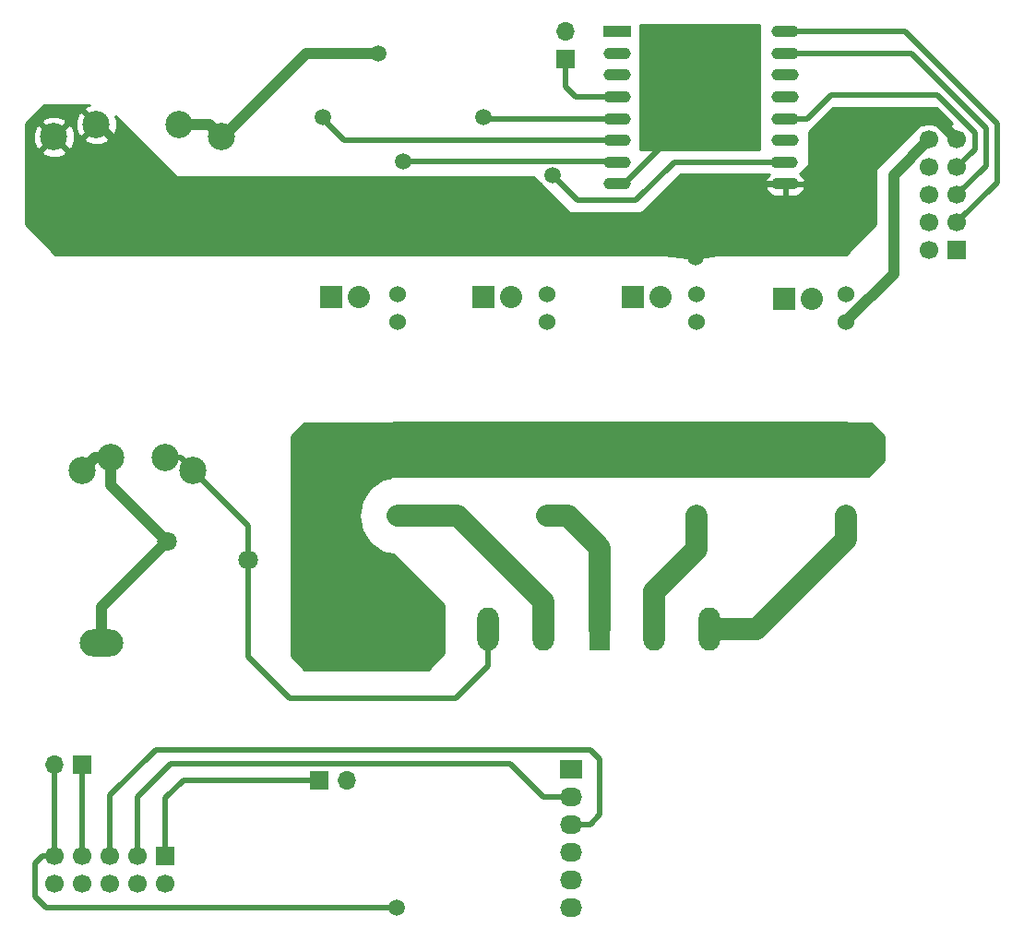
<source format=gbl>
G04 #@! TF.FileFunction,Copper,L2,Bot,Signal*
%FSLAX46Y46*%
G04 Gerber Fmt 4.6, Leading zero omitted, Abs format (unit mm)*
G04 Created by KiCad (PCBNEW 4.0.5+dfsg1-4) date Tue Dec 12 22:17:04 2017*
%MOMM*%
%LPD*%
G01*
G04 APERTURE LIST*
%ADD10C,0.100000*%
%ADD11R,1.700000X1.700000*%
%ADD12C,1.700000*%
%ADD13O,4.000500X2.499360*%
%ADD14C,1.800000*%
%ADD15R,2.500000X1.100000*%
%ADD16O,2.500000X1.100000*%
%ADD17C,1.524000*%
%ADD18C,2.500000*%
%ADD19R,2.032000X1.727200*%
%ADD20O,2.032000X1.727200*%
%ADD21R,2.032000X2.032000*%
%ADD22O,2.032000X2.032000*%
%ADD23O,1.700000X1.700000*%
%ADD24R,1.980000X3.960000*%
%ADD25O,1.980000X3.960000*%
%ADD26C,1.500000*%
%ADD27C,0.508000*%
%ADD28C,1.000000*%
%ADD29C,2.000000*%
%ADD30C,0.254000*%
G04 APERTURE END LIST*
D10*
D11*
X104394000Y-55372000D03*
D12*
X101854000Y-55372000D03*
X104394000Y-52832000D03*
X101854000Y-52832000D03*
X104394000Y-50292000D03*
X101854000Y-50292000D03*
X104394000Y-47752000D03*
X101854000Y-47752000D03*
X104394000Y-45212000D03*
X101854000Y-45212000D03*
D13*
X25829260Y-91440000D03*
X47830740Y-91440000D03*
D14*
X39370000Y-83820000D03*
X31870000Y-82120000D03*
D15*
X73214000Y-35306000D03*
D16*
X73214000Y-37306000D03*
X73214000Y-39306000D03*
X73214000Y-41306000D03*
X73214000Y-43306000D03*
X73214000Y-45306000D03*
X73214000Y-47306000D03*
X73214000Y-49306000D03*
X88614000Y-49306000D03*
X88514000Y-47306000D03*
X88614000Y-45306000D03*
X88614000Y-43306000D03*
X88614000Y-41306000D03*
X88614000Y-39306000D03*
X88614000Y-37306000D03*
X88614000Y-35306000D03*
D11*
X31750000Y-110998000D03*
D12*
X31750000Y-113538000D03*
X29210000Y-110998000D03*
X29210000Y-113538000D03*
X26670000Y-110998000D03*
X26670000Y-113538000D03*
X24130000Y-110998000D03*
X24130000Y-113538000D03*
X21590000Y-110998000D03*
X21590000Y-113538000D03*
D17*
X94234000Y-59436000D03*
X94234000Y-61976000D03*
X94234000Y-72136000D03*
X94234000Y-79756000D03*
X80467200Y-59436000D03*
X80467200Y-61976000D03*
X80467200Y-72136000D03*
X80467200Y-79756000D03*
X66802000Y-59436000D03*
X66802000Y-61976000D03*
X66802000Y-72136000D03*
X66802000Y-79756000D03*
X53086000Y-59436000D03*
X53086000Y-61976000D03*
X53086000Y-72136000D03*
X53086000Y-79756000D03*
D18*
X26710000Y-74390000D03*
X31710000Y-74390000D03*
X21510000Y-44990000D03*
X36910000Y-44990000D03*
X24130000Y-75565000D03*
X34290000Y-75565000D03*
X25400000Y-43815000D03*
X33020000Y-43815000D03*
D19*
X68961000Y-102997000D03*
D20*
X68961000Y-105537000D03*
X68961000Y-108077000D03*
X68961000Y-110617000D03*
X68961000Y-113157000D03*
X68961000Y-115697000D03*
D21*
X60960000Y-59690000D03*
D22*
X63500000Y-59690000D03*
D21*
X88519000Y-59817000D03*
D22*
X91059000Y-59817000D03*
D21*
X74676000Y-59690000D03*
D22*
X77216000Y-59690000D03*
D21*
X46990000Y-59690000D03*
D22*
X49530000Y-59690000D03*
D11*
X45847000Y-104013000D03*
D23*
X48387000Y-104013000D03*
D11*
X68453000Y-37846000D03*
D23*
X68453000Y-35306000D03*
D11*
X24130000Y-102616000D03*
D23*
X21590000Y-102616000D03*
D24*
X71628000Y-90170000D03*
D25*
X76628000Y-90170000D03*
X81628000Y-90170000D03*
D24*
X56388000Y-90170000D03*
D25*
X61388000Y-90170000D03*
X66388000Y-90170000D03*
D26*
X51308000Y-37338000D03*
X80391000Y-56007000D03*
X56642000Y-49784000D03*
X63500000Y-49784000D03*
X67310000Y-48514000D03*
X53594000Y-47244000D03*
X60960000Y-43180000D03*
X46228000Y-43180000D03*
X52959000Y-115697000D03*
D27*
X94234000Y-61976000D02*
X94234000Y-61874400D01*
D28*
X94234000Y-61874400D02*
X98579000Y-57529400D01*
X44704000Y-37338000D02*
X37052000Y-44990000D01*
X51308000Y-37338000D02*
X44704000Y-37338000D01*
D27*
X37052000Y-44990000D02*
X36910000Y-44990000D01*
X37560000Y-44990000D02*
X36910000Y-44990000D01*
D28*
X33020000Y-43815000D02*
X35735000Y-43815000D01*
X35735000Y-43815000D02*
X36910000Y-44990000D01*
D27*
X36910000Y-44990000D02*
X37370000Y-44990000D01*
D28*
X98579000Y-48487000D02*
X101854000Y-45212000D01*
X98579000Y-57529400D02*
X98579000Y-48487000D01*
D27*
X89154000Y-54610000D02*
X100186200Y-43577800D01*
X100186200Y-43577800D02*
X102759800Y-43577800D01*
D28*
X102759800Y-43577800D02*
X104394000Y-45212000D01*
D27*
X80391000Y-56007000D02*
X89154000Y-54610000D01*
X56642000Y-49784000D02*
X31750000Y-49784000D01*
X31750000Y-49784000D02*
X25781000Y-43815000D01*
X25781000Y-43815000D02*
X25400000Y-43815000D01*
X63500000Y-49784000D02*
X56642000Y-49784000D01*
X68326000Y-54610000D02*
X80391000Y-56007000D01*
X63500000Y-49784000D02*
X68326000Y-54610000D01*
X82774000Y-49306000D02*
X87914000Y-49306000D01*
X80264000Y-51816000D02*
X82774000Y-49306000D01*
X80391000Y-56007000D02*
X80264000Y-51816000D01*
X73914000Y-49306000D02*
X80518000Y-42702000D01*
X80518000Y-42702000D02*
X80518000Y-42672000D01*
D28*
X25829260Y-91440000D02*
X25829260Y-88160740D01*
X25829260Y-88160740D02*
X31870000Y-82120000D01*
X26710000Y-74390000D02*
X26710000Y-76960000D01*
X26710000Y-76960000D02*
X31870000Y-82120000D01*
X26710000Y-74390000D02*
X25305000Y-74390000D01*
X25305000Y-74390000D02*
X24130000Y-75565000D01*
D29*
X71628000Y-90170000D02*
X71628000Y-82702400D01*
X71628000Y-82702400D02*
X68681600Y-79756000D01*
X68681600Y-79756000D02*
X66802000Y-79756000D01*
X80467200Y-79756000D02*
X80467200Y-82854800D01*
X80467200Y-82854800D02*
X76628000Y-86694000D01*
X76628000Y-86694000D02*
X76628000Y-90170000D01*
X81628000Y-90170000D02*
X86004400Y-90170000D01*
X94234000Y-81940400D02*
X94234000Y-79756000D01*
X86004400Y-90170000D02*
X94234000Y-81940400D01*
X53086000Y-79756000D02*
X58521600Y-79756000D01*
X58521600Y-79756000D02*
X66388000Y-87622400D01*
X66388000Y-87622400D02*
X66388000Y-90170000D01*
D27*
X87914000Y-35306000D02*
X99619681Y-35306000D01*
X99619681Y-35306000D02*
X108062520Y-43748838D01*
X108062520Y-43748838D02*
X108062520Y-49163480D01*
X108062520Y-49163480D02*
X104394000Y-52832000D01*
X87914000Y-37306000D02*
X100194141Y-37306000D01*
X100194141Y-37306000D02*
X107054510Y-44166369D01*
X107054510Y-44166369D02*
X107054510Y-47631490D01*
X107054510Y-47631490D02*
X104394000Y-50292000D01*
X69596000Y-50800000D02*
X67310000Y-48514000D01*
X70612000Y-50800000D02*
X74930000Y-50800000D01*
X74930000Y-50800000D02*
X78424000Y-47306000D01*
X78424000Y-47306000D02*
X87914000Y-47306000D01*
X70612000Y-50800000D02*
X69596000Y-50800000D01*
X73852000Y-47244000D02*
X73914000Y-47306000D01*
X53594000Y-47244000D02*
X73852000Y-47244000D01*
X61086000Y-43306000D02*
X73914000Y-43306000D01*
X60960000Y-43180000D02*
X61086000Y-43306000D01*
X48166000Y-45306000D02*
X73914000Y-45306000D01*
X46228000Y-43368000D02*
X48166000Y-45306000D01*
X46228000Y-43180000D02*
X46228000Y-43368000D01*
X87914000Y-43306000D02*
X90678000Y-43306000D01*
X106046500Y-44583899D02*
X102610601Y-41148000D01*
X104394000Y-47752000D02*
X106046500Y-46099500D01*
X106046500Y-46099500D02*
X106046500Y-44583899D01*
X102610601Y-41148000D02*
X92836000Y-41148000D01*
X92836000Y-41148000D02*
X90678000Y-43306000D01*
D29*
X47830740Y-91440000D02*
X47830740Y-78661260D01*
X47830740Y-78661260D02*
X53086000Y-72136000D01*
X56388000Y-90170000D02*
X53340000Y-90170000D01*
X52070000Y-91440000D02*
X47830740Y-91440000D01*
X53340000Y-90170000D02*
X52070000Y-91440000D01*
D28*
X53086000Y-72136000D02*
X52832000Y-72136000D01*
D29*
X66802000Y-72136000D02*
X53086000Y-72136000D01*
X80467200Y-72136000D02*
X66802000Y-72136000D01*
X80467200Y-72136000D02*
X94234000Y-72136000D01*
X52832000Y-72136000D02*
X53086000Y-72136000D01*
D27*
X31710000Y-74390000D02*
X33115000Y-74390000D01*
X33115000Y-74390000D02*
X34290000Y-75565000D01*
X39370000Y-83820000D02*
X39370000Y-80645000D01*
X39370000Y-80645000D02*
X34290000Y-75565000D01*
X61388000Y-90170000D02*
X61388000Y-93552000D01*
X39370000Y-92710000D02*
X39370000Y-83820000D01*
X43180000Y-96520000D02*
X39370000Y-92710000D01*
X58420000Y-96520000D02*
X43180000Y-96520000D01*
X61388000Y-93552000D02*
X58420000Y-96520000D01*
X73914000Y-41306000D02*
X69373000Y-41306000D01*
X68453000Y-40386000D02*
X68453000Y-37846000D01*
X69373000Y-41306000D02*
X68453000Y-40386000D01*
X20447000Y-110998000D02*
X19812000Y-111633000D01*
X21590000Y-110998000D02*
X20447000Y-110998000D01*
X20828000Y-115697000D02*
X19812000Y-114681000D01*
X19812000Y-114681000D02*
X19812000Y-111633000D01*
X20828000Y-115697000D02*
X52959000Y-115697000D01*
X21590000Y-102616000D02*
X21590000Y-110998000D01*
X29210000Y-110998000D02*
X29210000Y-105537000D01*
X66421000Y-105537000D02*
X68961000Y-105537000D01*
X63373000Y-102489000D02*
X66421000Y-105537000D01*
X32258000Y-102489000D02*
X63373000Y-102489000D01*
X29210000Y-105537000D02*
X32258000Y-102489000D01*
X36449000Y-101219000D02*
X30861000Y-101219000D01*
X26670000Y-105410000D02*
X26670000Y-110998000D01*
X30861000Y-101219000D02*
X26670000Y-105410000D01*
X70358000Y-108077000D02*
X70739000Y-108077000D01*
X71628000Y-102108000D02*
X70739000Y-101219000D01*
X71628000Y-107188000D02*
X71628000Y-102108000D01*
X70739000Y-108077000D02*
X71628000Y-107188000D01*
X68961000Y-108077000D02*
X70358000Y-108077000D01*
X70739000Y-101219000D02*
X36449000Y-101219000D01*
X24130000Y-102616000D02*
X24130000Y-110998000D01*
X45847000Y-104013000D02*
X33401000Y-104013000D01*
X31750000Y-105664000D02*
X31750000Y-110998000D01*
X33401000Y-104013000D02*
X31750000Y-105664000D01*
D30*
G36*
X97688400Y-72468006D02*
X97688400Y-74648794D01*
X96238794Y-76098400D01*
X52552600Y-76098400D01*
X52503190Y-76108406D01*
X52462797Y-76135597D01*
X52316289Y-76282105D01*
X51698007Y-76405089D01*
X50521324Y-77191324D01*
X49735089Y-78368007D01*
X49459000Y-79756000D01*
X49735089Y-81143993D01*
X50521324Y-82320676D01*
X51698007Y-83106911D01*
X52633358Y-83292964D01*
X57277000Y-87936606D01*
X57277000Y-92403394D01*
X55827394Y-93853000D01*
X44502606Y-93853000D01*
X43307000Y-92657394D01*
X43307000Y-72442606D01*
X44502606Y-71247000D01*
X96467394Y-71247000D01*
X97688400Y-72468006D01*
X97688400Y-72468006D01*
G37*
X97688400Y-72468006D02*
X97688400Y-74648794D01*
X96238794Y-76098400D01*
X52552600Y-76098400D01*
X52503190Y-76108406D01*
X52462797Y-76135597D01*
X52316289Y-76282105D01*
X51698007Y-76405089D01*
X50521324Y-77191324D01*
X49735089Y-78368007D01*
X49459000Y-79756000D01*
X49735089Y-81143993D01*
X50521324Y-82320676D01*
X51698007Y-83106911D01*
X52633358Y-83292964D01*
X57277000Y-87936606D01*
X57277000Y-92403394D01*
X55827394Y-93853000D01*
X44502606Y-93853000D01*
X43307000Y-92657394D01*
X43307000Y-72442606D01*
X44502606Y-71247000D01*
X96467394Y-71247000D01*
X97688400Y-72468006D01*
G36*
X86233000Y-46101000D02*
X75311000Y-46101000D01*
X75311000Y-34671000D01*
X86233000Y-34671000D01*
X86233000Y-46101000D01*
X86233000Y-46101000D01*
G37*
X86233000Y-46101000D02*
X75311000Y-46101000D01*
X75311000Y-34671000D01*
X86233000Y-34671000D01*
X86233000Y-46101000D01*
G36*
X24375533Y-42188877D02*
X24246285Y-42481680D01*
X25400000Y-43635395D01*
X25414143Y-43621253D01*
X25593748Y-43800858D01*
X25579605Y-43815000D01*
X26733320Y-44968715D01*
X27026123Y-44839467D01*
X27294388Y-44139194D01*
X27274250Y-43389565D01*
X27141520Y-43069126D01*
X32676197Y-48603803D01*
X32718211Y-48631666D01*
X32766000Y-48641000D01*
X65479394Y-48641000D01*
X66134648Y-49296254D01*
X66135169Y-49297515D01*
X66524436Y-49687461D01*
X66526863Y-49688469D01*
X68744197Y-51905803D01*
X68786211Y-51933666D01*
X68834000Y-51943000D01*
X75438000Y-51943000D01*
X75487410Y-51932994D01*
X75527803Y-51905803D01*
X77817862Y-49615744D01*
X86770197Y-49615744D01*
X86770602Y-49642146D01*
X86986276Y-50054118D01*
X87343187Y-50352196D01*
X87787000Y-50491000D01*
X88487000Y-50491000D01*
X88487000Y-49433000D01*
X88741000Y-49433000D01*
X88741000Y-50491000D01*
X89441000Y-50491000D01*
X89884813Y-50352196D01*
X90241724Y-50054118D01*
X90457398Y-49642146D01*
X90457803Y-49615744D01*
X90332361Y-49433000D01*
X88741000Y-49433000D01*
X88487000Y-49433000D01*
X86895639Y-49433000D01*
X86770197Y-49615744D01*
X77817862Y-49615744D01*
X79046606Y-48387000D01*
X87190886Y-48387000D01*
X86986276Y-48557882D01*
X86770602Y-48969854D01*
X86770197Y-48996256D01*
X86895639Y-49179000D01*
X88487000Y-49179000D01*
X88487000Y-49159000D01*
X88741000Y-49159000D01*
X88741000Y-49179000D01*
X90332361Y-49179000D01*
X90457803Y-48996256D01*
X90457398Y-48969854D01*
X90241724Y-48557882D01*
X89998479Y-48354733D01*
X90005803Y-48349803D01*
X90767803Y-47587803D01*
X90795666Y-47545789D01*
X90805000Y-47498000D01*
X90805000Y-44502606D01*
X93016606Y-42291000D01*
X102496365Y-42291000D01*
X103972090Y-43766725D01*
X103609920Y-43916741D01*
X103529647Y-44168042D01*
X104394000Y-45032395D01*
X104408143Y-45018253D01*
X104587748Y-45197858D01*
X104573605Y-45212000D01*
X104587748Y-45226143D01*
X104408143Y-45405748D01*
X104394000Y-45391605D01*
X104379858Y-45405748D01*
X104200253Y-45226143D01*
X104214395Y-45212000D01*
X103350042Y-44347647D01*
X103237274Y-44383668D01*
X102705803Y-43852197D01*
X102663789Y-43824334D01*
X102616000Y-43815000D01*
X102361987Y-43815000D01*
X102150681Y-43727258D01*
X101559911Y-43726743D01*
X101346312Y-43815000D01*
X101092000Y-43815000D01*
X101042590Y-43825006D01*
X101002197Y-43852197D01*
X96938197Y-47916197D01*
X96910334Y-47958211D01*
X96901000Y-48006000D01*
X96901000Y-53033394D01*
X94181394Y-55753000D01*
X21642606Y-55753000D01*
X18923000Y-53033394D01*
X18923000Y-46323320D01*
X20356285Y-46323320D01*
X20485533Y-46616123D01*
X21185806Y-46884388D01*
X21935435Y-46864250D01*
X22534467Y-46616123D01*
X22663715Y-46323320D01*
X21510000Y-45169605D01*
X20356285Y-46323320D01*
X18923000Y-46323320D01*
X18923000Y-44665806D01*
X19615612Y-44665806D01*
X19635750Y-45415435D01*
X19883877Y-46014467D01*
X20176680Y-46143715D01*
X21330395Y-44990000D01*
X21689605Y-44990000D01*
X22843320Y-46143715D01*
X23136123Y-46014467D01*
X23404388Y-45314194D01*
X23399932Y-45148320D01*
X24246285Y-45148320D01*
X24375533Y-45441123D01*
X25075806Y-45709388D01*
X25825435Y-45689250D01*
X26424467Y-45441123D01*
X26553715Y-45148320D01*
X25400000Y-43994605D01*
X24246285Y-45148320D01*
X23399932Y-45148320D01*
X23384250Y-44564565D01*
X23136123Y-43965533D01*
X22843320Y-43836285D01*
X21689605Y-44990000D01*
X21330395Y-44990000D01*
X20176680Y-43836285D01*
X19883877Y-43965533D01*
X19615612Y-44665806D01*
X18923000Y-44665806D01*
X18923000Y-43740606D01*
X19006926Y-43656680D01*
X20356285Y-43656680D01*
X21510000Y-44810395D01*
X22663715Y-43656680D01*
X22590496Y-43490806D01*
X23505612Y-43490806D01*
X23525750Y-44240435D01*
X23773877Y-44839467D01*
X24066680Y-44968715D01*
X25220395Y-43815000D01*
X24066680Y-42661285D01*
X23773877Y-42790533D01*
X23505612Y-43490806D01*
X22590496Y-43490806D01*
X22534467Y-43363877D01*
X21834194Y-43095612D01*
X21084565Y-43115750D01*
X20485533Y-43363877D01*
X20356285Y-43656680D01*
X19006926Y-43656680D01*
X20626606Y-42037000D01*
X24742197Y-42037000D01*
X24375533Y-42188877D01*
X24375533Y-42188877D01*
G37*
X24375533Y-42188877D02*
X24246285Y-42481680D01*
X25400000Y-43635395D01*
X25414143Y-43621253D01*
X25593748Y-43800858D01*
X25579605Y-43815000D01*
X26733320Y-44968715D01*
X27026123Y-44839467D01*
X27294388Y-44139194D01*
X27274250Y-43389565D01*
X27141520Y-43069126D01*
X32676197Y-48603803D01*
X32718211Y-48631666D01*
X32766000Y-48641000D01*
X65479394Y-48641000D01*
X66134648Y-49296254D01*
X66135169Y-49297515D01*
X66524436Y-49687461D01*
X66526863Y-49688469D01*
X68744197Y-51905803D01*
X68786211Y-51933666D01*
X68834000Y-51943000D01*
X75438000Y-51943000D01*
X75487410Y-51932994D01*
X75527803Y-51905803D01*
X77817862Y-49615744D01*
X86770197Y-49615744D01*
X86770602Y-49642146D01*
X86986276Y-50054118D01*
X87343187Y-50352196D01*
X87787000Y-50491000D01*
X88487000Y-50491000D01*
X88487000Y-49433000D01*
X88741000Y-49433000D01*
X88741000Y-50491000D01*
X89441000Y-50491000D01*
X89884813Y-50352196D01*
X90241724Y-50054118D01*
X90457398Y-49642146D01*
X90457803Y-49615744D01*
X90332361Y-49433000D01*
X88741000Y-49433000D01*
X88487000Y-49433000D01*
X86895639Y-49433000D01*
X86770197Y-49615744D01*
X77817862Y-49615744D01*
X79046606Y-48387000D01*
X87190886Y-48387000D01*
X86986276Y-48557882D01*
X86770602Y-48969854D01*
X86770197Y-48996256D01*
X86895639Y-49179000D01*
X88487000Y-49179000D01*
X88487000Y-49159000D01*
X88741000Y-49159000D01*
X88741000Y-49179000D01*
X90332361Y-49179000D01*
X90457803Y-48996256D01*
X90457398Y-48969854D01*
X90241724Y-48557882D01*
X89998479Y-48354733D01*
X90005803Y-48349803D01*
X90767803Y-47587803D01*
X90795666Y-47545789D01*
X90805000Y-47498000D01*
X90805000Y-44502606D01*
X93016606Y-42291000D01*
X102496365Y-42291000D01*
X103972090Y-43766725D01*
X103609920Y-43916741D01*
X103529647Y-44168042D01*
X104394000Y-45032395D01*
X104408143Y-45018253D01*
X104587748Y-45197858D01*
X104573605Y-45212000D01*
X104587748Y-45226143D01*
X104408143Y-45405748D01*
X104394000Y-45391605D01*
X104379858Y-45405748D01*
X104200253Y-45226143D01*
X104214395Y-45212000D01*
X103350042Y-44347647D01*
X103237274Y-44383668D01*
X102705803Y-43852197D01*
X102663789Y-43824334D01*
X102616000Y-43815000D01*
X102361987Y-43815000D01*
X102150681Y-43727258D01*
X101559911Y-43726743D01*
X101346312Y-43815000D01*
X101092000Y-43815000D01*
X101042590Y-43825006D01*
X101002197Y-43852197D01*
X96938197Y-47916197D01*
X96910334Y-47958211D01*
X96901000Y-48006000D01*
X96901000Y-53033394D01*
X94181394Y-55753000D01*
X21642606Y-55753000D01*
X18923000Y-53033394D01*
X18923000Y-46323320D01*
X20356285Y-46323320D01*
X20485533Y-46616123D01*
X21185806Y-46884388D01*
X21935435Y-46864250D01*
X22534467Y-46616123D01*
X22663715Y-46323320D01*
X21510000Y-45169605D01*
X20356285Y-46323320D01*
X18923000Y-46323320D01*
X18923000Y-44665806D01*
X19615612Y-44665806D01*
X19635750Y-45415435D01*
X19883877Y-46014467D01*
X20176680Y-46143715D01*
X21330395Y-44990000D01*
X21689605Y-44990000D01*
X22843320Y-46143715D01*
X23136123Y-46014467D01*
X23404388Y-45314194D01*
X23399932Y-45148320D01*
X24246285Y-45148320D01*
X24375533Y-45441123D01*
X25075806Y-45709388D01*
X25825435Y-45689250D01*
X26424467Y-45441123D01*
X26553715Y-45148320D01*
X25400000Y-43994605D01*
X24246285Y-45148320D01*
X23399932Y-45148320D01*
X23384250Y-44564565D01*
X23136123Y-43965533D01*
X22843320Y-43836285D01*
X21689605Y-44990000D01*
X21330395Y-44990000D01*
X20176680Y-43836285D01*
X19883877Y-43965533D01*
X19615612Y-44665806D01*
X18923000Y-44665806D01*
X18923000Y-43740606D01*
X19006926Y-43656680D01*
X20356285Y-43656680D01*
X21510000Y-44810395D01*
X22663715Y-43656680D01*
X22590496Y-43490806D01*
X23505612Y-43490806D01*
X23525750Y-44240435D01*
X23773877Y-44839467D01*
X24066680Y-44968715D01*
X25220395Y-43815000D01*
X24066680Y-42661285D01*
X23773877Y-42790533D01*
X23505612Y-43490806D01*
X22590496Y-43490806D01*
X22534467Y-43363877D01*
X21834194Y-43095612D01*
X21084565Y-43115750D01*
X20485533Y-43363877D01*
X20356285Y-43656680D01*
X19006926Y-43656680D01*
X20626606Y-42037000D01*
X24742197Y-42037000D01*
X24375533Y-42188877D01*
M02*

</source>
